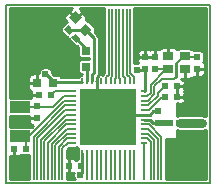
<source format=gtl>
G04 #@! TF.FileFunction,Copper,L1,Top,Signal*
%FSLAX46Y46*%
G04 Gerber Fmt 4.6, Leading zero omitted, Abs format (unit mm)*
G04 Created by KiCad (PCBNEW 4.0.0-stable) date Wednesday, March 16, 2016 'PMt' 11:46:47 PM*
%MOMM*%
G01*
G04 APERTURE LIST*
%ADD10C,0.100000*%
%ADD11C,0.152400*%
%ADD12R,0.750001X0.800001*%
%ADD13C,0.609600*%
%ADD14O,0.650001X0.200000*%
%ADD15O,0.200000X0.650001*%
%ADD16R,4.700001X4.700001*%
%ADD17R,0.499999X0.599999*%
%ADD18R,0.599999X0.499999*%
%ADD19R,0.650001X0.499999*%
%ADD20R,0.800001X0.750001*%
%ADD21R,1.800000X1.000000*%
%ADD22R,0.900000X0.800000*%
%ADD23C,0.762000*%
%ADD24C,0.228600*%
%ADD25C,0.254000*%
%ADD26C,0.508000*%
%ADD27C,0.203200*%
%ADD28C,0.381000*%
%ADD29C,0.279400*%
G04 APERTURE END LIST*
D10*
D11*
X0Y0D02*
X0Y15036800D01*
X0Y0D02*
X17246200Y0D01*
X0Y15036800D02*
X17246200Y15036800D01*
X17246200Y0D02*
X17246200Y15036800D01*
D12*
X2652395Y8458197D03*
X4002395Y8458197D03*
D10*
G36*
X5800660Y13414375D02*
X5318569Y13988909D01*
X5931404Y14503139D01*
X6413495Y13928605D01*
X5800660Y13414375D01*
X5800660Y13414375D01*
G37*
G36*
X6668424Y12380215D02*
X6186333Y12954749D01*
X6799168Y13468979D01*
X7281259Y12894445D01*
X6668424Y12380215D01*
X6668424Y12380215D01*
G37*
D13*
X16611600Y14401800D03*
X11150600Y14401800D03*
X5740400Y9499600D03*
X635000Y14401800D03*
X4775200Y14401800D03*
X8051800Y14401800D03*
X1574800Y5334000D03*
X635000Y2032000D03*
X635000Y635000D03*
X16611600Y736600D03*
X13817600Y736600D03*
X16611600Y4191000D03*
X14757400Y4191000D03*
X16611600Y5892800D03*
X16154400Y8788400D03*
X13589000Y11658600D03*
X16611600Y12954000D03*
X12598400Y11480800D03*
X11760200Y11480800D03*
X11760200Y11480800D03*
X11150600Y12954000D03*
X7975600Y12954000D03*
X635000Y9321800D03*
X3403600Y10083800D03*
X635000Y12954000D03*
X1752600Y8458200D03*
X5334000Y609600D03*
X15646400Y3149600D03*
X5664200Y2537200D03*
X2006600Y7442200D03*
X15240000Y7264400D03*
X15240000Y8102600D03*
X3251200Y12954000D03*
X14685190Y5886800D03*
X8051800Y9575800D03*
D14*
X5636395Y7737197D03*
X5636395Y7337197D03*
X5636395Y6937197D03*
X5636395Y6537197D03*
X5636395Y6137197D03*
X5636395Y5737197D03*
X5636395Y5337197D03*
X5636395Y4937197D03*
X5636395Y4537197D03*
X5636395Y4137197D03*
X5636395Y3737197D03*
X5636395Y3337197D03*
D15*
X6461395Y2512197D03*
X6861395Y2512197D03*
X7261395Y2512197D03*
X7661395Y2512197D03*
X8061395Y2512197D03*
X8461395Y2512197D03*
X8861395Y2512197D03*
X9261395Y2512197D03*
X9661395Y2512197D03*
X10061395Y2512197D03*
X10461395Y2512197D03*
X10861395Y2512197D03*
D14*
X11686395Y3337197D03*
X11686395Y3737197D03*
X11686395Y4137197D03*
X11686395Y4537197D03*
X11686395Y4937197D03*
X11686395Y5337197D03*
X11686395Y5737197D03*
X11686395Y6137197D03*
X11686395Y6537197D03*
X11686395Y6937197D03*
X11686395Y7337197D03*
X11686395Y7737197D03*
D15*
X10861395Y8562197D03*
X10461395Y8562197D03*
X10061395Y8562197D03*
X9661395Y8562197D03*
X9261395Y8562197D03*
X8861395Y8562197D03*
X8461395Y8562197D03*
X8061395Y8562197D03*
X7661395Y8562197D03*
X7261395Y8562197D03*
X6861395Y8562197D03*
X6461395Y8562197D03*
D16*
X8661395Y5537197D03*
D13*
X6861395Y7337197D03*
X8061395Y7337197D03*
X9261395Y7337197D03*
X10461395Y7337197D03*
X6861395Y6137197D03*
X8061395Y6137197D03*
X9261395Y6137197D03*
X10461395Y6137197D03*
X6861395Y4937197D03*
X8061395Y4937197D03*
X9261395Y4937197D03*
X10461395Y4937197D03*
X6861395Y3737197D03*
X8061395Y3737197D03*
X9261395Y3737197D03*
X10461395Y3737197D03*
D17*
X11760195Y10634597D03*
X11760195Y9634597D03*
X12649195Y9634597D03*
X12649195Y10634597D03*
X16205195Y10634597D03*
X16205195Y9634597D03*
D18*
X14444595Y8153397D03*
X13444595Y8153397D03*
X14444595Y7264397D03*
X13444595Y7264397D03*
D19*
X13799795Y5029197D03*
X14749795Y5029197D03*
D17*
X12852395Y5037197D03*
X12852395Y6037197D03*
D18*
X693795Y2844797D03*
X1693795Y2844797D03*
D17*
X2616195Y5494397D03*
X2616195Y6494397D03*
D18*
X2827395Y7416797D03*
X3827395Y7416797D03*
D20*
X6781795Y11170361D03*
X6781795Y9820361D03*
D10*
G36*
X5326186Y12532287D02*
X4908374Y13030216D01*
X5291394Y13351609D01*
X5709206Y12853680D01*
X5326186Y12532287D01*
X5326186Y12532287D01*
G37*
G36*
X5936834Y11804545D02*
X5519022Y12302474D01*
X5902042Y12623867D01*
X6319854Y12125938D01*
X5936834Y11804545D01*
X5936834Y11804545D01*
G37*
D21*
X1193795Y6406197D03*
X1193795Y3906197D03*
D18*
X5316595Y1447797D03*
X6316595Y1447797D03*
D22*
X13727195Y10684597D03*
X13727195Y9584597D03*
X15127195Y10684597D03*
X15127195Y9584597D03*
D13*
X11049000Y10642600D03*
X11049000Y9550400D03*
X3331390Y9214200D03*
X6273800Y635000D03*
D11*
X4474100Y309580D02*
X4474100Y3016310D01*
X3864500Y309580D02*
X3864500Y3268810D01*
X4169300Y309580D02*
X4169300Y3142560D01*
X2947450Y309580D02*
X2947450Y3648660D01*
X3559700Y309580D02*
X3559700Y3395060D01*
X3254900Y309580D02*
X3254900Y3521310D01*
X2642130Y309580D02*
X2642130Y3775140D01*
X2336800Y309580D02*
X2336800Y3901600D01*
X4778900Y309580D02*
X4778900Y2890050D01*
X4778900Y2890050D02*
X5226040Y3337200D01*
X5226040Y3337200D02*
X5636400Y3337200D01*
X7261400Y304800D02*
X7261400Y2512200D01*
X8461400Y304800D02*
X8461400Y2512200D01*
X8861400Y304800D02*
X8861400Y2512200D01*
X9261400Y304800D02*
X9261400Y2512200D01*
X9661400Y304800D02*
X9661400Y2512200D01*
X10061400Y304800D02*
X10061400Y2512200D01*
X10461400Y304800D02*
X10461400Y2512200D01*
X10861400Y8562200D02*
X10861400Y8930860D01*
X10515600Y9276660D02*
X10515600Y14732000D01*
X10515600Y9276660D02*
X10861400Y8930860D01*
X10461390Y8562200D02*
X10461390Y8899810D01*
X10210800Y9150410D02*
X10210800Y14732000D01*
X10210800Y9150410D02*
X10461390Y8899810D01*
X10061400Y8562200D02*
X10061400Y8868760D01*
X9906000Y9024160D02*
X9906000Y14732000D01*
X9906000Y9024160D02*
X10061400Y8868760D01*
X9661400Y8562200D02*
X9661400Y8837710D01*
X9601200Y8897910D02*
X9601200Y14732000D01*
X9601200Y8897910D02*
X9661400Y8837710D01*
X9261390Y8857240D02*
X9296400Y8892250D01*
X9261390Y8562200D02*
X9261390Y8857240D01*
X9296400Y8892250D02*
X9296400Y14732000D01*
X8991600Y9018500D02*
X8991600Y14732000D01*
X8861400Y8888300D02*
X8991600Y9018500D01*
X8861400Y8562200D02*
X8861400Y8888300D01*
X8686800Y9144740D02*
X8686800Y14732000D01*
X8461390Y8919340D02*
X8686800Y9144740D01*
X8461390Y8562200D02*
X8461390Y8919340D01*
X12852400Y304800D02*
X12852400Y3726250D01*
X11686400Y4137200D02*
X12010400Y4137200D01*
X12544800Y304800D02*
X12544800Y3602800D01*
X10861400Y304800D02*
X10861400Y2512200D01*
X13157200Y304800D02*
X13157200Y3852500D01*
X11686400Y4537200D02*
X12041450Y4537200D01*
X11686400Y4937200D02*
X12072500Y4937200D01*
D23*
X14757800Y5035600D02*
X16630460Y5035600D01*
D11*
X7661390Y304800D02*
X7661390Y2512200D01*
X8061390Y304800D02*
X8061390Y2512200D01*
X6861390Y304800D02*
X6861390Y2512200D01*
X12072500Y4937200D02*
X13157200Y3852500D01*
X12041450Y4537200D02*
X12852400Y3726250D01*
X12010400Y4137200D02*
X12544800Y3602800D01*
X5132890Y4537200D02*
X5636400Y4537200D01*
X3864500Y3268810D02*
X5132890Y4537200D01*
X5101830Y4937200D02*
X5636400Y4937200D01*
X3559700Y3395060D02*
X5101830Y4937200D01*
X5194990Y3737200D02*
X5636400Y3737200D01*
X4474100Y3016310D02*
X5194990Y3737200D01*
X5163940Y4137200D02*
X5636400Y4137200D01*
X4169300Y3142560D02*
X5163940Y4137200D01*
X5070790Y5337200D02*
X5636400Y5337200D01*
X3254900Y3521310D02*
X5070790Y5337200D01*
X5035990Y5737200D02*
X5636400Y5737200D01*
X2947450Y3648660D02*
X5035990Y5737200D01*
X5004190Y6137200D02*
X5636400Y6137200D01*
X2642130Y3775140D02*
X5004190Y6137200D01*
X4972390Y6537200D02*
X5636400Y6537200D01*
X2336800Y3901600D02*
X4972390Y6537200D01*
X11686400Y304800D02*
X11686400Y3337200D01*
X12240000Y304800D02*
X12240000Y3473300D01*
X11976100Y3737200D02*
X12240000Y3473300D01*
X11686400Y3737200D02*
X11976100Y3737200D01*
D24*
X9279000Y5740400D02*
X12160630Y5740400D01*
X12447640Y6027410D02*
X12860400Y6027410D01*
X12160630Y5740400D02*
X12447640Y6027410D01*
X7848600Y9144000D02*
X7848600Y9575800D01*
X7661390Y8956800D02*
X7848600Y9144000D01*
X7661390Y8562200D02*
X7661390Y8956800D01*
X7661390Y7737200D02*
X7661390Y8562200D01*
D25*
X14427200Y8966200D02*
X14427200Y10083800D01*
D11*
X12544800Y8140030D02*
X13193170Y8788400D01*
X12010400Y6937200D02*
X12544800Y7471600D01*
X12544800Y7471600D02*
X12544800Y8140030D01*
X13193170Y8788400D02*
X14249400Y8788400D01*
X14249400Y8788400D02*
X14427200Y8966200D01*
X14427200Y10083800D02*
X14977990Y10634600D01*
X14977990Y10634600D02*
X16205200Y10634600D01*
X11686400Y6937200D02*
X12010400Y6937200D01*
X13554990Y9634600D02*
X13754990Y9434600D01*
X13473320Y9499600D02*
X13689990Y9499600D01*
X12240000Y8266280D02*
X13473320Y9499600D01*
X12240000Y7601090D02*
X12240000Y8266280D01*
X12598400Y9634600D02*
X13554990Y9634600D01*
X11976100Y7337200D02*
X12240000Y7601090D01*
X11686400Y7337200D02*
X11976100Y7337200D01*
D26*
X12852390Y5032400D02*
X13749390Y5032400D01*
D24*
X12471170Y5027410D02*
X12860400Y5027410D01*
X12161380Y5337200D02*
X12471170Y5027410D01*
X11686400Y5337200D02*
X12161380Y5337200D01*
D27*
X3831380Y7436200D02*
X4132390Y7737200D01*
X4132390Y7737200D02*
X5636400Y7737200D01*
D25*
X11066390Y9533000D02*
X11760200Y9533000D01*
X11049000Y9550400D02*
X11066390Y9533000D01*
X3414390Y9214200D02*
X4006390Y8622200D01*
D24*
X3331390Y9214200D02*
X3414390Y9214200D01*
X6461390Y822600D02*
X6461390Y2512200D01*
D28*
X6200170Y635000D02*
X6273800Y635000D01*
D24*
X6273800Y635000D02*
X6461390Y822600D01*
X4006390Y8622200D02*
X4091390Y8537200D01*
D25*
X4091390Y8537200D02*
X6451600Y8537200D01*
D28*
X4006390Y8452200D02*
X4006390Y8622200D01*
D25*
X11760200Y7811000D02*
X11760200Y9533000D01*
X11686400Y7737200D02*
X11760200Y7811000D01*
D11*
X12072500Y6137200D02*
X13199690Y7264400D01*
X13199690Y7264400D02*
X13462000Y7264400D01*
X11686400Y6137200D02*
X12072500Y6137200D01*
X12852390Y7348150D02*
X12852400Y7599430D01*
X12041450Y6537200D02*
X12852390Y7348150D01*
X12852400Y7599430D02*
X13336520Y8083550D01*
X11686400Y6537200D02*
X12041450Y6537200D01*
D24*
X6733790Y12924600D02*
X7448500Y12209890D01*
X7448500Y9334890D02*
X7448500Y12209890D01*
X7261390Y9147790D02*
X7448500Y9334890D01*
X5308790Y12941950D02*
X6716440Y12941950D01*
X7261390Y8592760D02*
X7261390Y9147790D01*
D11*
X3978530Y6406190D02*
X4909540Y7337200D01*
X1193800Y6406190D02*
X3978530Y6406190D01*
X4909540Y7337200D02*
X5636400Y7337200D01*
X1193800Y3906190D02*
X1693790Y3406200D01*
X1693790Y2844800D02*
X1693790Y3406200D01*
X1193800Y3906190D02*
X1909590Y3906190D01*
X4940590Y6937200D02*
X5636400Y6937200D01*
X1909590Y3906190D02*
X4940590Y6937200D01*
D29*
X5919440Y12214200D02*
X6781800Y11351850D01*
X6781800Y11170360D02*
X6781800Y11351850D01*
D24*
X6861390Y8592760D02*
X6861390Y9740760D01*
D25*
G36*
X16951560Y294640D02*
X13512182Y294640D01*
X13512765Y299835D01*
X13512800Y304800D01*
X13512800Y3687780D01*
X14331760Y3687780D01*
X14377919Y3696465D01*
X14420313Y3723745D01*
X14448754Y3765370D01*
X14458760Y3814780D01*
X14458760Y4449978D01*
X14497641Y4428603D01*
X14620495Y4389631D01*
X14748579Y4375264D01*
X14757800Y4375200D01*
X16630460Y4375200D01*
X16758732Y4387777D01*
X16882119Y4425030D01*
X16951560Y4461952D01*
X16951560Y294640D01*
X16951560Y294640D01*
G37*
X16951560Y294640D02*
X13512182Y294640D01*
X13512765Y299835D01*
X13512800Y304800D01*
X13512800Y3687780D01*
X14331760Y3687780D01*
X14377919Y3696465D01*
X14420313Y3723745D01*
X14448754Y3765370D01*
X14458760Y3814780D01*
X14458760Y4449978D01*
X14497641Y4428603D01*
X14620495Y4389631D01*
X14748579Y4375264D01*
X14757800Y4375200D01*
X16630460Y4375200D01*
X16758732Y4387777D01*
X16882119Y4425030D01*
X16951560Y4461952D01*
X16951560Y294640D01*
G36*
X694295Y2845297D02*
X714295Y2845297D01*
X714295Y2844297D01*
X694295Y2844297D01*
X694295Y2309048D01*
X789545Y2213798D01*
X1031319Y2213798D01*
X1104928Y2228440D01*
X1174265Y2257160D01*
X1236668Y2298856D01*
X1279319Y2341508D01*
X1315581Y2325162D01*
X1393796Y2314047D01*
X1981200Y2314047D01*
X1981200Y309580D01*
X1982665Y294640D01*
X294640Y294640D01*
X294640Y2226057D01*
X356271Y2213798D01*
X598045Y2213798D01*
X693295Y2309048D01*
X693295Y2844297D01*
X673295Y2844297D01*
X673295Y2845297D01*
X693295Y2845297D01*
X693295Y2865297D01*
X694295Y2865297D01*
X694295Y2845297D01*
X694295Y2845297D01*
G37*
X694295Y2845297D02*
X714295Y2845297D01*
X714295Y2844297D01*
X694295Y2844297D01*
X694295Y2309048D01*
X789545Y2213798D01*
X1031319Y2213798D01*
X1104928Y2228440D01*
X1174265Y2257160D01*
X1236668Y2298856D01*
X1279319Y2341508D01*
X1315581Y2325162D01*
X1393796Y2314047D01*
X1981200Y2314047D01*
X1981200Y309580D01*
X1982665Y294640D01*
X294640Y294640D01*
X294640Y2226057D01*
X356271Y2213798D01*
X598045Y2213798D01*
X693295Y2309048D01*
X693295Y2844297D01*
X673295Y2844297D01*
X673295Y2845297D01*
X693295Y2845297D01*
X693295Y2865297D01*
X694295Y2865297D01*
X694295Y2845297D01*
G36*
X6015453Y2944323D02*
X6068522Y2891255D01*
X6105391Y2866620D01*
X6090286Y2819003D01*
X6082032Y2745418D01*
X6081995Y2740121D01*
X6081995Y2612030D01*
X6076293Y2594055D01*
X6067728Y2517697D01*
X6067690Y2512200D01*
X6067690Y1978547D01*
X6016596Y1978547D01*
X5972103Y1974999D01*
X5900408Y1952797D01*
X5859468Y1993738D01*
X5797065Y2035434D01*
X5727728Y2064154D01*
X5654119Y2078796D01*
X5412345Y2078796D01*
X5317095Y1983546D01*
X5317095Y1448297D01*
X5337095Y1448297D01*
X5337095Y1447297D01*
X5317095Y1447297D01*
X5317095Y912048D01*
X5412345Y816798D01*
X5654119Y816798D01*
X5721870Y830275D01*
X5714251Y812499D01*
X5690431Y700435D01*
X5688832Y585879D01*
X5709513Y473193D01*
X5751689Y366671D01*
X5798110Y294640D01*
X5133346Y294640D01*
X5134465Y304615D01*
X5134500Y309580D01*
X5134500Y816798D01*
X5220845Y816798D01*
X5316095Y912048D01*
X5316095Y1447297D01*
X5296095Y1447297D01*
X5296095Y1448297D01*
X5316095Y1448297D01*
X5316095Y1983546D01*
X5220845Y2078796D01*
X5134500Y2078796D01*
X5134500Y2742758D01*
X5354977Y2963240D01*
X5403174Y2957834D01*
X5408471Y2957797D01*
X5864319Y2957797D01*
X5938012Y2965023D01*
X5990944Y2981004D01*
X6015453Y2944323D01*
X6015453Y2944323D01*
G37*
X6015453Y2944323D02*
X6068522Y2891255D01*
X6105391Y2866620D01*
X6090286Y2819003D01*
X6082032Y2745418D01*
X6081995Y2740121D01*
X6081995Y2612030D01*
X6076293Y2594055D01*
X6067728Y2517697D01*
X6067690Y2512200D01*
X6067690Y1978547D01*
X6016596Y1978547D01*
X5972103Y1974999D01*
X5900408Y1952797D01*
X5859468Y1993738D01*
X5797065Y2035434D01*
X5727728Y2064154D01*
X5654119Y2078796D01*
X5412345Y2078796D01*
X5317095Y1983546D01*
X5317095Y1448297D01*
X5337095Y1448297D01*
X5337095Y1447297D01*
X5317095Y1447297D01*
X5317095Y912048D01*
X5412345Y816798D01*
X5654119Y816798D01*
X5721870Y830275D01*
X5714251Y812499D01*
X5690431Y700435D01*
X5688832Y585879D01*
X5709513Y473193D01*
X5751689Y366671D01*
X5798110Y294640D01*
X5133346Y294640D01*
X5134465Y304615D01*
X5134500Y309580D01*
X5134500Y816798D01*
X5220845Y816798D01*
X5316095Y912048D01*
X5316095Y1447297D01*
X5296095Y1447297D01*
X5296095Y1448297D01*
X5316095Y1448297D01*
X5316095Y1983546D01*
X5220845Y2078796D01*
X5134500Y2078796D01*
X5134500Y2742758D01*
X5354977Y2963240D01*
X5403174Y2957834D01*
X5408471Y2957797D01*
X5864319Y2957797D01*
X5938012Y2965023D01*
X5990944Y2981004D01*
X6015453Y2944323D01*
G36*
X1985196Y5590147D02*
X2080446Y5494897D01*
X2615695Y5494897D01*
X2615695Y5514897D01*
X2616695Y5514897D01*
X2616695Y5494897D01*
X2636695Y5494897D01*
X2636695Y5493897D01*
X2616695Y5493897D01*
X2616695Y5473897D01*
X2615695Y5473897D01*
X2615695Y5493897D01*
X2080446Y5493897D01*
X1985196Y5398647D01*
X1985196Y5156873D01*
X1999838Y5083264D01*
X2028558Y5013927D01*
X2070254Y4951524D01*
X2123323Y4898456D01*
X2185725Y4856760D01*
X2255063Y4828040D01*
X2316352Y4815849D01*
X2174992Y4674489D01*
X2172010Y4675833D01*
X2093795Y4686948D01*
X294640Y4686948D01*
X294640Y5625446D01*
X1985196Y5625446D01*
X1985196Y5590147D01*
X1985196Y5590147D01*
G37*
X1985196Y5590147D02*
X2080446Y5494897D01*
X2615695Y5494897D01*
X2615695Y5514897D01*
X2616695Y5514897D01*
X2616695Y5494897D01*
X2636695Y5494897D01*
X2636695Y5493897D01*
X2616695Y5493897D01*
X2616695Y5473897D01*
X2615695Y5473897D01*
X2615695Y5493897D01*
X2080446Y5493897D01*
X1985196Y5398647D01*
X1985196Y5156873D01*
X1999838Y5083264D01*
X2028558Y5013927D01*
X2070254Y4951524D01*
X2123323Y4898456D01*
X2185725Y4856760D01*
X2255063Y4828040D01*
X2316352Y4815849D01*
X2174992Y4674489D01*
X2172010Y4675833D01*
X2093795Y4686948D01*
X294640Y4686948D01*
X294640Y5625446D01*
X1985196Y5625446D01*
X1985196Y5590147D01*
G36*
X8661895Y5537697D02*
X8681895Y5537697D01*
X8681895Y5536697D01*
X8661895Y5536697D01*
X8661895Y5516697D01*
X8660895Y5516697D01*
X8660895Y5536697D01*
X8640895Y5536697D01*
X8640895Y5537697D01*
X8660895Y5537697D01*
X8660895Y5557697D01*
X8661895Y5557697D01*
X8661895Y5537697D01*
X8661895Y5537697D01*
G37*
X8661895Y5537697D02*
X8681895Y5537697D01*
X8681895Y5536697D01*
X8661895Y5536697D01*
X8661895Y5516697D01*
X8660895Y5516697D01*
X8660895Y5536697D01*
X8640895Y5536697D01*
X8640895Y5537697D01*
X8660895Y5537697D01*
X8660895Y5557697D01*
X8661895Y5557697D01*
X8661895Y5537697D01*
G36*
X16951560Y5609094D02*
X16890619Y5642597D01*
X16767765Y5681569D01*
X16639681Y5695936D01*
X16630460Y5696000D01*
X14757800Y5696000D01*
X14629528Y5683423D01*
X14506141Y5646170D01*
X14458760Y5620977D01*
X14458760Y6714983D01*
X14540345Y6633398D01*
X14782119Y6633398D01*
X14855728Y6648040D01*
X14925065Y6676760D01*
X14987468Y6718456D01*
X15040536Y6771525D01*
X15082232Y6833927D01*
X15110952Y6903265D01*
X15125594Y6976873D01*
X15125594Y7168647D01*
X15030344Y7263897D01*
X14445095Y7263897D01*
X14445095Y7243897D01*
X14444095Y7243897D01*
X14444095Y7263897D01*
X14424095Y7263897D01*
X14424095Y7264897D01*
X14444095Y7264897D01*
X14444095Y8152897D01*
X14445095Y8152897D01*
X14445095Y7264897D01*
X15030344Y7264897D01*
X15125594Y7360147D01*
X15125594Y7551921D01*
X15110952Y7625529D01*
X15082232Y7694867D01*
X15072857Y7708897D01*
X15082232Y7722927D01*
X15110952Y7792265D01*
X15125594Y7865873D01*
X15125594Y8057647D01*
X15030344Y8152897D01*
X14445095Y8152897D01*
X14444095Y8152897D01*
X14424095Y8152897D01*
X14424095Y8153897D01*
X14444095Y8153897D01*
X14444095Y8173897D01*
X14445095Y8173897D01*
X14445095Y8153897D01*
X15030344Y8153897D01*
X15125594Y8249147D01*
X15125594Y8440921D01*
X15110952Y8514529D01*
X15082232Y8583867D01*
X15040536Y8646269D01*
X14987468Y8699338D01*
X14925065Y8741034D01*
X14855728Y8769754D01*
X14788145Y8783197D01*
X14799360Y8803597D01*
X15031445Y8803597D01*
X15126695Y8898847D01*
X15126695Y9584097D01*
X15106695Y9584097D01*
X15106695Y9585097D01*
X15126695Y9585097D01*
X15126695Y9605097D01*
X15127695Y9605097D01*
X15127695Y9585097D01*
X15147695Y9585097D01*
X15147695Y9584097D01*
X15127695Y9584097D01*
X15127695Y8898847D01*
X15222945Y8803597D01*
X15614720Y8803597D01*
X15688328Y8818239D01*
X15757666Y8846959D01*
X15820068Y8888655D01*
X15873137Y8941723D01*
X15885365Y8960024D01*
X15917671Y8953598D01*
X16109445Y8953598D01*
X16204695Y9048848D01*
X16204695Y9634097D01*
X16205695Y9634097D01*
X16205695Y9048848D01*
X16300945Y8953598D01*
X16492719Y8953598D01*
X16566327Y8968240D01*
X16635665Y8996960D01*
X16698067Y9038656D01*
X16751136Y9091724D01*
X16792832Y9154127D01*
X16821552Y9223464D01*
X16836194Y9297073D01*
X16836194Y9538847D01*
X16740944Y9634097D01*
X16205695Y9634097D01*
X16204695Y9634097D01*
X16184695Y9634097D01*
X16184695Y9635097D01*
X16204695Y9635097D01*
X16204695Y9655097D01*
X16205695Y9655097D01*
X16205695Y9635097D01*
X16740944Y9635097D01*
X16836194Y9730347D01*
X16836194Y9972121D01*
X16821552Y10045730D01*
X16792832Y10115067D01*
X16751136Y10177470D01*
X16708484Y10220121D01*
X16724830Y10256383D01*
X16735945Y10334598D01*
X16735945Y10934596D01*
X16732397Y10979089D01*
X16709027Y11054555D01*
X16665558Y11120521D01*
X16605431Y11171766D01*
X16533409Y11204232D01*
X16455194Y11215347D01*
X15955196Y11215347D01*
X15910703Y11211799D01*
X15835953Y11188651D01*
X15831028Y11204556D01*
X15787559Y11270522D01*
X15727432Y11321767D01*
X15655410Y11354233D01*
X15577195Y11365348D01*
X14677195Y11365348D01*
X14632702Y11361800D01*
X14557236Y11338430D01*
X14493762Y11296603D01*
X14473137Y11327471D01*
X14420068Y11380539D01*
X14357666Y11422235D01*
X14288328Y11450955D01*
X14214720Y11465597D01*
X13822945Y11465597D01*
X13727695Y11370347D01*
X13727695Y10685097D01*
X13747695Y10685097D01*
X13747695Y10684097D01*
X13727695Y10684097D01*
X13727695Y10664097D01*
X13726695Y10664097D01*
X13726695Y10684097D01*
X13706695Y10684097D01*
X13706695Y10685097D01*
X13726695Y10685097D01*
X13726695Y11370347D01*
X13631445Y11465597D01*
X13239670Y11465597D01*
X13166062Y11450955D01*
X13096724Y11422235D01*
X13034322Y11380539D01*
X12981253Y11327471D01*
X12969025Y11309170D01*
X12936719Y11315596D01*
X12744945Y11315596D01*
X12649695Y11220346D01*
X12649695Y10635097D01*
X12669695Y10635097D01*
X12669695Y10634097D01*
X12649695Y10634097D01*
X12649695Y10614097D01*
X12648695Y10614097D01*
X12648695Y10634097D01*
X11760695Y10634097D01*
X11760695Y10614097D01*
X11759695Y10614097D01*
X11759695Y10634097D01*
X11224446Y10634097D01*
X11129196Y10538847D01*
X11129196Y10297073D01*
X11143838Y10223464D01*
X11172558Y10154127D01*
X11197867Y10116249D01*
X11110361Y10134211D01*
X10995796Y10135011D01*
X10883258Y10113543D01*
X10871200Y10108671D01*
X10871200Y10972121D01*
X11129196Y10972121D01*
X11129196Y10730347D01*
X11224446Y10635097D01*
X11759695Y10635097D01*
X11759695Y11220346D01*
X11760695Y11220346D01*
X11760695Y10635097D01*
X12648695Y10635097D01*
X12648695Y11220346D01*
X12553445Y11315596D01*
X12361671Y11315596D01*
X12288063Y11300954D01*
X12218725Y11272234D01*
X12204695Y11262859D01*
X12190665Y11272234D01*
X12121327Y11300954D01*
X12047719Y11315596D01*
X11855945Y11315596D01*
X11760695Y11220346D01*
X11759695Y11220346D01*
X11664445Y11315596D01*
X11472671Y11315596D01*
X11399063Y11300954D01*
X11329725Y11272234D01*
X11267323Y11230538D01*
X11214254Y11177470D01*
X11172558Y11115067D01*
X11143838Y11045730D01*
X11129196Y10972121D01*
X10871200Y10972121D01*
X10871200Y14732000D01*
X10870204Y14742160D01*
X16951560Y14742160D01*
X16951560Y5609094D01*
X16951560Y5609094D01*
G37*
X16951560Y5609094D02*
X16890619Y5642597D01*
X16767765Y5681569D01*
X16639681Y5695936D01*
X16630460Y5696000D01*
X14757800Y5696000D01*
X14629528Y5683423D01*
X14506141Y5646170D01*
X14458760Y5620977D01*
X14458760Y6714983D01*
X14540345Y6633398D01*
X14782119Y6633398D01*
X14855728Y6648040D01*
X14925065Y6676760D01*
X14987468Y6718456D01*
X15040536Y6771525D01*
X15082232Y6833927D01*
X15110952Y6903265D01*
X15125594Y6976873D01*
X15125594Y7168647D01*
X15030344Y7263897D01*
X14445095Y7263897D01*
X14445095Y7243897D01*
X14444095Y7243897D01*
X14444095Y7263897D01*
X14424095Y7263897D01*
X14424095Y7264897D01*
X14444095Y7264897D01*
X14444095Y8152897D01*
X14445095Y8152897D01*
X14445095Y7264897D01*
X15030344Y7264897D01*
X15125594Y7360147D01*
X15125594Y7551921D01*
X15110952Y7625529D01*
X15082232Y7694867D01*
X15072857Y7708897D01*
X15082232Y7722927D01*
X15110952Y7792265D01*
X15125594Y7865873D01*
X15125594Y8057647D01*
X15030344Y8152897D01*
X14445095Y8152897D01*
X14444095Y8152897D01*
X14424095Y8152897D01*
X14424095Y8153897D01*
X14444095Y8153897D01*
X14444095Y8173897D01*
X14445095Y8173897D01*
X14445095Y8153897D01*
X15030344Y8153897D01*
X15125594Y8249147D01*
X15125594Y8440921D01*
X15110952Y8514529D01*
X15082232Y8583867D01*
X15040536Y8646269D01*
X14987468Y8699338D01*
X14925065Y8741034D01*
X14855728Y8769754D01*
X14788145Y8783197D01*
X14799360Y8803597D01*
X15031445Y8803597D01*
X15126695Y8898847D01*
X15126695Y9584097D01*
X15106695Y9584097D01*
X15106695Y9585097D01*
X15126695Y9585097D01*
X15126695Y9605097D01*
X15127695Y9605097D01*
X15127695Y9585097D01*
X15147695Y9585097D01*
X15147695Y9584097D01*
X15127695Y9584097D01*
X15127695Y8898847D01*
X15222945Y8803597D01*
X15614720Y8803597D01*
X15688328Y8818239D01*
X15757666Y8846959D01*
X15820068Y8888655D01*
X15873137Y8941723D01*
X15885365Y8960024D01*
X15917671Y8953598D01*
X16109445Y8953598D01*
X16204695Y9048848D01*
X16204695Y9634097D01*
X16205695Y9634097D01*
X16205695Y9048848D01*
X16300945Y8953598D01*
X16492719Y8953598D01*
X16566327Y8968240D01*
X16635665Y8996960D01*
X16698067Y9038656D01*
X16751136Y9091724D01*
X16792832Y9154127D01*
X16821552Y9223464D01*
X16836194Y9297073D01*
X16836194Y9538847D01*
X16740944Y9634097D01*
X16205695Y9634097D01*
X16204695Y9634097D01*
X16184695Y9634097D01*
X16184695Y9635097D01*
X16204695Y9635097D01*
X16204695Y9655097D01*
X16205695Y9655097D01*
X16205695Y9635097D01*
X16740944Y9635097D01*
X16836194Y9730347D01*
X16836194Y9972121D01*
X16821552Y10045730D01*
X16792832Y10115067D01*
X16751136Y10177470D01*
X16708484Y10220121D01*
X16724830Y10256383D01*
X16735945Y10334598D01*
X16735945Y10934596D01*
X16732397Y10979089D01*
X16709027Y11054555D01*
X16665558Y11120521D01*
X16605431Y11171766D01*
X16533409Y11204232D01*
X16455194Y11215347D01*
X15955196Y11215347D01*
X15910703Y11211799D01*
X15835953Y11188651D01*
X15831028Y11204556D01*
X15787559Y11270522D01*
X15727432Y11321767D01*
X15655410Y11354233D01*
X15577195Y11365348D01*
X14677195Y11365348D01*
X14632702Y11361800D01*
X14557236Y11338430D01*
X14493762Y11296603D01*
X14473137Y11327471D01*
X14420068Y11380539D01*
X14357666Y11422235D01*
X14288328Y11450955D01*
X14214720Y11465597D01*
X13822945Y11465597D01*
X13727695Y11370347D01*
X13727695Y10685097D01*
X13747695Y10685097D01*
X13747695Y10684097D01*
X13727695Y10684097D01*
X13727695Y10664097D01*
X13726695Y10664097D01*
X13726695Y10684097D01*
X13706695Y10684097D01*
X13706695Y10685097D01*
X13726695Y10685097D01*
X13726695Y11370347D01*
X13631445Y11465597D01*
X13239670Y11465597D01*
X13166062Y11450955D01*
X13096724Y11422235D01*
X13034322Y11380539D01*
X12981253Y11327471D01*
X12969025Y11309170D01*
X12936719Y11315596D01*
X12744945Y11315596D01*
X12649695Y11220346D01*
X12649695Y10635097D01*
X12669695Y10635097D01*
X12669695Y10634097D01*
X12649695Y10634097D01*
X12649695Y10614097D01*
X12648695Y10614097D01*
X12648695Y10634097D01*
X11760695Y10634097D01*
X11760695Y10614097D01*
X11759695Y10614097D01*
X11759695Y10634097D01*
X11224446Y10634097D01*
X11129196Y10538847D01*
X11129196Y10297073D01*
X11143838Y10223464D01*
X11172558Y10154127D01*
X11197867Y10116249D01*
X11110361Y10134211D01*
X10995796Y10135011D01*
X10883258Y10113543D01*
X10871200Y10108671D01*
X10871200Y10972121D01*
X11129196Y10972121D01*
X11129196Y10730347D01*
X11224446Y10635097D01*
X11759695Y10635097D01*
X11759695Y11220346D01*
X11760695Y11220346D01*
X11760695Y10635097D01*
X12648695Y10635097D01*
X12648695Y11220346D01*
X12553445Y11315596D01*
X12361671Y11315596D01*
X12288063Y11300954D01*
X12218725Y11272234D01*
X12204695Y11262859D01*
X12190665Y11272234D01*
X12121327Y11300954D01*
X12047719Y11315596D01*
X11855945Y11315596D01*
X11760695Y11220346D01*
X11759695Y11220346D01*
X11664445Y11315596D01*
X11472671Y11315596D01*
X11399063Y11300954D01*
X11329725Y11272234D01*
X11267323Y11230538D01*
X11214254Y11177470D01*
X11172558Y11115067D01*
X11143838Y11045730D01*
X11129196Y10972121D01*
X10871200Y10972121D01*
X10871200Y14732000D01*
X10870204Y14742160D01*
X16951560Y14742160D01*
X16951560Y5609094D01*
G36*
X11686895Y5737697D02*
X11706895Y5737697D01*
X11706895Y5736697D01*
X11686895Y5736697D01*
X11686895Y5730900D01*
X11686400Y5730900D01*
X11685895Y5730850D01*
X11685895Y5736697D01*
X11665895Y5736697D01*
X11665895Y5737697D01*
X11685895Y5737697D01*
X11685895Y5757697D01*
X11686895Y5757697D01*
X11686895Y5737697D01*
X11686895Y5737697D01*
G37*
X11686895Y5737697D02*
X11706895Y5737697D01*
X11706895Y5736697D01*
X11686895Y5736697D01*
X11686895Y5730900D01*
X11686400Y5730900D01*
X11685895Y5730850D01*
X11685895Y5736697D01*
X11665895Y5736697D01*
X11665895Y5737697D01*
X11685895Y5737697D01*
X11685895Y5757697D01*
X11686895Y5757697D01*
X11686895Y5737697D01*
G36*
X5453433Y14599434D02*
X5441693Y14465242D01*
X5866094Y13959461D01*
X6391026Y14399932D01*
X6402766Y14534123D01*
X6247388Y14719295D01*
X6228202Y14742160D01*
X8331818Y14742160D01*
X8331235Y14736965D01*
X8331200Y14732000D01*
X8331200Y9292039D01*
X8209948Y9170793D01*
X8189390Y9145766D01*
X8137684Y9161772D01*
X8064044Y9169512D01*
X7990303Y9162801D01*
X7966732Y9155864D01*
X7928209Y9187412D01*
X7845004Y9231775D01*
X7828441Y9236781D01*
X7833597Y9253035D01*
X7833828Y9255092D01*
X7834430Y9257062D01*
X7838097Y9293156D01*
X7842162Y9329393D01*
X7842190Y9333436D01*
X7842197Y9333505D01*
X7842191Y9333570D01*
X7842200Y9334890D01*
X7842200Y12209890D01*
X7838651Y12246086D01*
X7835482Y12282311D01*
X7834904Y12284301D01*
X7834702Y12286360D01*
X7824206Y12321124D01*
X7814046Y12356097D01*
X7813091Y12357939D01*
X7812494Y12359917D01*
X7795445Y12391981D01*
X7778685Y12424314D01*
X7777392Y12425934D01*
X7776421Y12427760D01*
X7753463Y12455909D01*
X7730748Y12484364D01*
X7727903Y12487249D01*
X7727858Y12487304D01*
X7727807Y12487346D01*
X7726888Y12488278D01*
X7497814Y12717352D01*
X7536313Y12777106D01*
X7558905Y12852808D01*
X7559513Y12931807D01*
X7538088Y13007847D01*
X7496327Y13074908D01*
X7014236Y13649442D01*
X6982918Y13681246D01*
X6916507Y13724033D01*
X6840805Y13746625D01*
X6761806Y13747233D01*
X6746342Y13742876D01*
X6768773Y13785964D01*
X6789774Y13858016D01*
X6796316Y13932781D01*
X6788145Y14007386D01*
X6765577Y14078962D01*
X6729479Y14144762D01*
X6681237Y14202253D01*
X6525860Y14387425D01*
X6391668Y14399166D01*
X5866736Y13958695D01*
X5879592Y13943374D01*
X5878826Y13942731D01*
X5865970Y13958053D01*
X5850649Y13945197D01*
X5850006Y13945963D01*
X5865328Y13958819D01*
X5440927Y14464599D01*
X5306736Y14476340D01*
X5044921Y14256651D01*
X4997946Y14198120D01*
X4963291Y14131550D01*
X4942290Y14059498D01*
X4935748Y13984733D01*
X4943919Y13910128D01*
X4966487Y13838552D01*
X5002585Y13772752D01*
X5050827Y13715261D01*
X5153342Y13593088D01*
X5110930Y13566676D01*
X4727910Y13245283D01*
X4696108Y13213966D01*
X4653320Y13147555D01*
X4630728Y13071853D01*
X4630120Y12992854D01*
X4651545Y12916814D01*
X4693306Y12849753D01*
X5111118Y12351824D01*
X5142436Y12320020D01*
X5208847Y12277233D01*
X5240788Y12267701D01*
X5240768Y12265112D01*
X5262193Y12189072D01*
X5303954Y12122011D01*
X5721766Y11624082D01*
X5753084Y11592278D01*
X5819495Y11549491D01*
X5895197Y11526899D01*
X5974196Y11526291D01*
X6005762Y11535185D01*
X6101044Y11439905D01*
X6101044Y10795361D01*
X6104592Y10750868D01*
X6127962Y10675402D01*
X6171431Y10609436D01*
X6231558Y10558191D01*
X6303580Y10525725D01*
X6381795Y10514610D01*
X7054800Y10514610D01*
X7054800Y10476112D01*
X6381795Y10476112D01*
X6337302Y10472564D01*
X6261836Y10449194D01*
X6195870Y10405725D01*
X6144625Y10345598D01*
X6112159Y10273576D01*
X6101044Y10195361D01*
X6101044Y9445361D01*
X6104592Y9400868D01*
X6127962Y9325402D01*
X6171431Y9259436D01*
X6231558Y9208191D01*
X6303580Y9175725D01*
X6381795Y9164610D01*
X6410180Y9164610D01*
X6390303Y9162801D01*
X6319269Y9141895D01*
X6253650Y9107589D01*
X6195943Y9061192D01*
X6148347Y9004469D01*
X6114883Y8943600D01*
X4641929Y8943600D01*
X4631228Y8978156D01*
X4587759Y9044122D01*
X4527632Y9095367D01*
X4455610Y9127833D01*
X4377395Y9138948D01*
X4064378Y9138948D01*
X3911609Y9291717D01*
X3893362Y9383869D01*
X3849704Y9489792D01*
X3786303Y9585218D01*
X3705575Y9666512D01*
X3610594Y9730577D01*
X3504979Y9774974D01*
X3392751Y9798011D01*
X3278186Y9798811D01*
X3165648Y9777343D01*
X3059423Y9734425D01*
X2963557Y9671692D01*
X2881701Y9591534D01*
X2816974Y9497002D01*
X2771841Y9391699D01*
X2748021Y9279635D01*
X2747447Y9238499D01*
X2652895Y9143947D01*
X2652895Y8458697D01*
X2672895Y8458697D01*
X2672895Y8457697D01*
X2652895Y8457697D01*
X2652895Y8437697D01*
X2651895Y8437697D01*
X2651895Y8457697D01*
X1991645Y8457697D01*
X1896395Y8362447D01*
X1896395Y8020672D01*
X1911037Y7947064D01*
X1939757Y7877726D01*
X1981453Y7815324D01*
X2034521Y7762255D01*
X2096924Y7720559D01*
X2146396Y7700067D01*
X2146396Y7512547D01*
X2241646Y7417297D01*
X2826895Y7417297D01*
X2826895Y7437297D01*
X2827895Y7437297D01*
X2827895Y7417297D01*
X2847895Y7417297D01*
X2847895Y7416297D01*
X2827895Y7416297D01*
X2827895Y7396297D01*
X2826895Y7396297D01*
X2826895Y7416297D01*
X2241646Y7416297D01*
X2146396Y7321047D01*
X2146396Y7179473D01*
X2093795Y7186948D01*
X294640Y7186948D01*
X294640Y8895722D01*
X1896395Y8895722D01*
X1896395Y8553947D01*
X1991645Y8458697D01*
X2651895Y8458697D01*
X2651895Y9143947D01*
X2556645Y9239197D01*
X2239870Y9239197D01*
X2166261Y9224555D01*
X2096924Y9195835D01*
X2034521Y9154139D01*
X1981453Y9101070D01*
X1939757Y9038668D01*
X1911037Y8969330D01*
X1896395Y8895722D01*
X294640Y8895722D01*
X294640Y14742160D01*
X5623528Y14742160D01*
X5453433Y14599434D01*
X5453433Y14599434D01*
G37*
X5453433Y14599434D02*
X5441693Y14465242D01*
X5866094Y13959461D01*
X6391026Y14399932D01*
X6402766Y14534123D01*
X6247388Y14719295D01*
X6228202Y14742160D01*
X8331818Y14742160D01*
X8331235Y14736965D01*
X8331200Y14732000D01*
X8331200Y9292039D01*
X8209948Y9170793D01*
X8189390Y9145766D01*
X8137684Y9161772D01*
X8064044Y9169512D01*
X7990303Y9162801D01*
X7966732Y9155864D01*
X7928209Y9187412D01*
X7845004Y9231775D01*
X7828441Y9236781D01*
X7833597Y9253035D01*
X7833828Y9255092D01*
X7834430Y9257062D01*
X7838097Y9293156D01*
X7842162Y9329393D01*
X7842190Y9333436D01*
X7842197Y9333505D01*
X7842191Y9333570D01*
X7842200Y9334890D01*
X7842200Y12209890D01*
X7838651Y12246086D01*
X7835482Y12282311D01*
X7834904Y12284301D01*
X7834702Y12286360D01*
X7824206Y12321124D01*
X7814046Y12356097D01*
X7813091Y12357939D01*
X7812494Y12359917D01*
X7795445Y12391981D01*
X7778685Y12424314D01*
X7777392Y12425934D01*
X7776421Y12427760D01*
X7753463Y12455909D01*
X7730748Y12484364D01*
X7727903Y12487249D01*
X7727858Y12487304D01*
X7727807Y12487346D01*
X7726888Y12488278D01*
X7497814Y12717352D01*
X7536313Y12777106D01*
X7558905Y12852808D01*
X7559513Y12931807D01*
X7538088Y13007847D01*
X7496327Y13074908D01*
X7014236Y13649442D01*
X6982918Y13681246D01*
X6916507Y13724033D01*
X6840805Y13746625D01*
X6761806Y13747233D01*
X6746342Y13742876D01*
X6768773Y13785964D01*
X6789774Y13858016D01*
X6796316Y13932781D01*
X6788145Y14007386D01*
X6765577Y14078962D01*
X6729479Y14144762D01*
X6681237Y14202253D01*
X6525860Y14387425D01*
X6391668Y14399166D01*
X5866736Y13958695D01*
X5879592Y13943374D01*
X5878826Y13942731D01*
X5865970Y13958053D01*
X5850649Y13945197D01*
X5850006Y13945963D01*
X5865328Y13958819D01*
X5440927Y14464599D01*
X5306736Y14476340D01*
X5044921Y14256651D01*
X4997946Y14198120D01*
X4963291Y14131550D01*
X4942290Y14059498D01*
X4935748Y13984733D01*
X4943919Y13910128D01*
X4966487Y13838552D01*
X5002585Y13772752D01*
X5050827Y13715261D01*
X5153342Y13593088D01*
X5110930Y13566676D01*
X4727910Y13245283D01*
X4696108Y13213966D01*
X4653320Y13147555D01*
X4630728Y13071853D01*
X4630120Y12992854D01*
X4651545Y12916814D01*
X4693306Y12849753D01*
X5111118Y12351824D01*
X5142436Y12320020D01*
X5208847Y12277233D01*
X5240788Y12267701D01*
X5240768Y12265112D01*
X5262193Y12189072D01*
X5303954Y12122011D01*
X5721766Y11624082D01*
X5753084Y11592278D01*
X5819495Y11549491D01*
X5895197Y11526899D01*
X5974196Y11526291D01*
X6005762Y11535185D01*
X6101044Y11439905D01*
X6101044Y10795361D01*
X6104592Y10750868D01*
X6127962Y10675402D01*
X6171431Y10609436D01*
X6231558Y10558191D01*
X6303580Y10525725D01*
X6381795Y10514610D01*
X7054800Y10514610D01*
X7054800Y10476112D01*
X6381795Y10476112D01*
X6337302Y10472564D01*
X6261836Y10449194D01*
X6195870Y10405725D01*
X6144625Y10345598D01*
X6112159Y10273576D01*
X6101044Y10195361D01*
X6101044Y9445361D01*
X6104592Y9400868D01*
X6127962Y9325402D01*
X6171431Y9259436D01*
X6231558Y9208191D01*
X6303580Y9175725D01*
X6381795Y9164610D01*
X6410180Y9164610D01*
X6390303Y9162801D01*
X6319269Y9141895D01*
X6253650Y9107589D01*
X6195943Y9061192D01*
X6148347Y9004469D01*
X6114883Y8943600D01*
X4641929Y8943600D01*
X4631228Y8978156D01*
X4587759Y9044122D01*
X4527632Y9095367D01*
X4455610Y9127833D01*
X4377395Y9138948D01*
X4064378Y9138948D01*
X3911609Y9291717D01*
X3893362Y9383869D01*
X3849704Y9489792D01*
X3786303Y9585218D01*
X3705575Y9666512D01*
X3610594Y9730577D01*
X3504979Y9774974D01*
X3392751Y9798011D01*
X3278186Y9798811D01*
X3165648Y9777343D01*
X3059423Y9734425D01*
X2963557Y9671692D01*
X2881701Y9591534D01*
X2816974Y9497002D01*
X2771841Y9391699D01*
X2748021Y9279635D01*
X2747447Y9238499D01*
X2652895Y9143947D01*
X2652895Y8458697D01*
X2672895Y8458697D01*
X2672895Y8457697D01*
X2652895Y8457697D01*
X2652895Y8437697D01*
X2651895Y8437697D01*
X2651895Y8457697D01*
X1991645Y8457697D01*
X1896395Y8362447D01*
X1896395Y8020672D01*
X1911037Y7947064D01*
X1939757Y7877726D01*
X1981453Y7815324D01*
X2034521Y7762255D01*
X2096924Y7720559D01*
X2146396Y7700067D01*
X2146396Y7512547D01*
X2241646Y7417297D01*
X2826895Y7417297D01*
X2826895Y7437297D01*
X2827895Y7437297D01*
X2827895Y7417297D01*
X2847895Y7417297D01*
X2847895Y7416297D01*
X2827895Y7416297D01*
X2827895Y7396297D01*
X2826895Y7396297D01*
X2826895Y7416297D01*
X2241646Y7416297D01*
X2146396Y7321047D01*
X2146396Y7179473D01*
X2093795Y7186948D01*
X294640Y7186948D01*
X294640Y8895722D01*
X1896395Y8895722D01*
X1896395Y8553947D01*
X1991645Y8458697D01*
X2651895Y8458697D01*
X2651895Y9143947D01*
X2556645Y9239197D01*
X2239870Y9239197D01*
X2166261Y9224555D01*
X2096924Y9195835D01*
X2034521Y9154139D01*
X1981453Y9101070D01*
X1939757Y9038668D01*
X1911037Y8969330D01*
X1896395Y8895722D01*
X294640Y8895722D01*
X294640Y14742160D01*
X5623528Y14742160D01*
X5453433Y14599434D01*
G36*
X7661895Y8562697D02*
X7681895Y8562697D01*
X7681895Y8561697D01*
X7661895Y8561697D01*
X7661895Y8541697D01*
X7660895Y8541697D01*
X7660895Y8561697D01*
X7652184Y8561697D01*
X7652296Y8562697D01*
X7660895Y8562697D01*
X7660895Y8582697D01*
X7661895Y8582697D01*
X7661895Y8562697D01*
X7661895Y8562697D01*
G37*
X7661895Y8562697D02*
X7681895Y8562697D01*
X7681895Y8561697D01*
X7661895Y8561697D01*
X7661895Y8541697D01*
X7660895Y8541697D01*
X7660895Y8561697D01*
X7652184Y8561697D01*
X7652296Y8562697D01*
X7660895Y8562697D01*
X7660895Y8582697D01*
X7661895Y8582697D01*
X7661895Y8562697D01*
M02*

</source>
